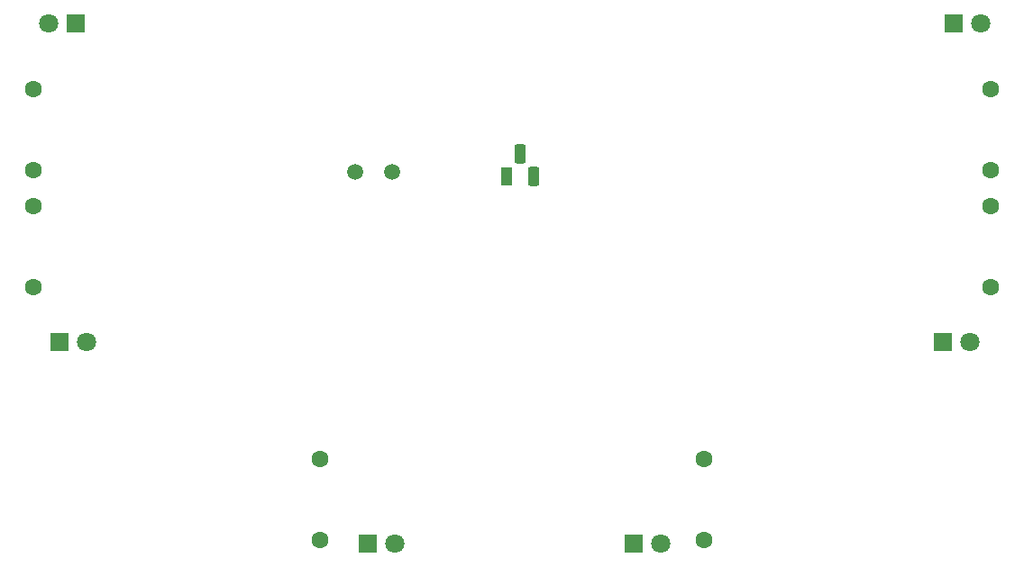
<source format=gbl>
G04 #@! TF.GenerationSoftware,KiCad,Pcbnew,9.0.2*
G04 #@! TF.CreationDate,2025-06-06T13:56:25-05:00*
G04 #@! TF.ProjectId,bow,626f772e-6b69-4636-9164-5f7063625858,rev?*
G04 #@! TF.SameCoordinates,Original*
G04 #@! TF.FileFunction,Copper,L2,Bot*
G04 #@! TF.FilePolarity,Positive*
%FSLAX46Y46*%
G04 Gerber Fmt 4.6, Leading zero omitted, Abs format (unit mm)*
G04 Created by KiCad (PCBNEW 9.0.2) date 2025-06-06 13:56:25*
%MOMM*%
%LPD*%
G01*
G04 APERTURE LIST*
G04 Aperture macros list*
%AMRoundRect*
0 Rectangle with rounded corners*
0 $1 Rounding radius*
0 $2 $3 $4 $5 $6 $7 $8 $9 X,Y pos of 4 corners*
0 Add a 4 corners polygon primitive as box body*
4,1,4,$2,$3,$4,$5,$6,$7,$8,$9,$2,$3,0*
0 Add four circle primitives for the rounded corners*
1,1,$1+$1,$2,$3*
1,1,$1+$1,$4,$5*
1,1,$1+$1,$6,$7*
1,1,$1+$1,$8,$9*
0 Add four rect primitives between the rounded corners*
20,1,$1+$1,$2,$3,$4,$5,0*
20,1,$1+$1,$4,$5,$6,$7,0*
20,1,$1+$1,$6,$7,$8,$9,0*
20,1,$1+$1,$8,$9,$2,$3,0*%
G04 Aperture macros list end*
G04 #@! TA.AperFunction,ComponentPad*
%ADD10R,1.800000X1.800000*%
G04 #@! TD*
G04 #@! TA.AperFunction,ComponentPad*
%ADD11C,1.800000*%
G04 #@! TD*
G04 #@! TA.AperFunction,ComponentPad*
%ADD12C,1.600000*%
G04 #@! TD*
G04 #@! TA.AperFunction,ComponentPad*
%ADD13C,1.500000*%
G04 #@! TD*
G04 #@! TA.AperFunction,ComponentPad*
%ADD14R,1.100000X1.800000*%
G04 #@! TD*
G04 #@! TA.AperFunction,ComponentPad*
%ADD15RoundRect,0.275000X-0.275000X-0.625000X0.275000X-0.625000X0.275000X0.625000X-0.275000X0.625000X0*%
G04 #@! TD*
G04 APERTURE END LIST*
D10*
G04 #@! TO.P,D6,1,K*
G04 #@! TO.N,Net-(D6-K)*
X230460000Y-121000000D03*
D11*
G04 #@! TO.P,D6,2,A*
G04 #@! TO.N,Net-(D1-A)*
X233000000Y-121000000D03*
G04 #@! TD*
D12*
G04 #@! TO.P,R5,1*
G04 #@! TO.N,Net-(D5-K)*
X201000000Y-120620000D03*
G04 #@! TO.P,R5,2*
G04 #@! TO.N,Net-(BT1--)*
X201000000Y-113000000D03*
G04 #@! TD*
G04 #@! TO.P,R4,1*
G04 #@! TO.N,Net-(D4-K)*
X264000000Y-96810000D03*
G04 #@! TO.P,R4,2*
G04 #@! TO.N,Net-(BT1--)*
X264000000Y-89190000D03*
G04 #@! TD*
D10*
G04 #@! TO.P,D1,1,K*
G04 #@! TO.N,Net-(D1-K)*
X178000000Y-72000000D03*
D11*
G04 #@! TO.P,D1,2,A*
G04 #@! TO.N,Net-(D1-A)*
X175460000Y-72000000D03*
G04 #@! TD*
D12*
G04 #@! TO.P,R6,1*
G04 #@! TO.N,Net-(D6-K)*
X237000000Y-120620000D03*
G04 #@! TO.P,R6,2*
G04 #@! TO.N,Net-(BT1--)*
X237000000Y-113000000D03*
G04 #@! TD*
D10*
G04 #@! TO.P,D2,1,K*
G04 #@! TO.N,Net-(D2-K)*
X176460000Y-102000000D03*
D11*
G04 #@! TO.P,D2,2,A*
G04 #@! TO.N,Net-(D1-A)*
X179000000Y-102000000D03*
G04 #@! TD*
D10*
G04 #@! TO.P,D4,1,K*
G04 #@! TO.N,Net-(D4-K)*
X259460000Y-102000000D03*
D11*
G04 #@! TO.P,D4,2,A*
G04 #@! TO.N,Net-(D1-A)*
X262000000Y-102000000D03*
G04 #@! TD*
D13*
G04 #@! TO.P,R7,1*
G04 #@! TO.N,Net-(BT1-+)*
X204300000Y-86000000D03*
G04 #@! TO.P,R7,2*
G04 #@! TO.N,Net-(Q1-B)*
X207700000Y-86000000D03*
G04 #@! TD*
D12*
G04 #@! TO.P,R2,1*
G04 #@! TO.N,Net-(D2-K)*
X174000000Y-96810000D03*
G04 #@! TO.P,R2,2*
G04 #@! TO.N,Net-(BT1--)*
X174000000Y-89190000D03*
G04 #@! TD*
G04 #@! TO.P,R1,1*
G04 #@! TO.N,Net-(D1-K)*
X174000000Y-78190000D03*
G04 #@! TO.P,R1,2*
G04 #@! TO.N,Net-(BT1--)*
X174000000Y-85810000D03*
G04 #@! TD*
D10*
G04 #@! TO.P,D3,1,K*
G04 #@! TO.N,Net-(D3-K)*
X260460000Y-72000000D03*
D11*
G04 #@! TO.P,D3,2,A*
G04 #@! TO.N,Net-(D1-A)*
X263000000Y-72000000D03*
G04 #@! TD*
D12*
G04 #@! TO.P,R3,1*
G04 #@! TO.N,Net-(D3-K)*
X264000000Y-78190000D03*
G04 #@! TO.P,R3,2*
G04 #@! TO.N,Net-(BT1--)*
X264000000Y-85810000D03*
G04 #@! TD*
D10*
G04 #@! TO.P,D5,1,K*
G04 #@! TO.N,Net-(D5-K)*
X205460000Y-121000000D03*
D11*
G04 #@! TO.P,D5,2,A*
G04 #@! TO.N,Net-(D1-A)*
X208000000Y-121000000D03*
G04 #@! TD*
D14*
G04 #@! TO.P,Q1,1,C*
G04 #@! TO.N,Net-(D1-A)*
X218460000Y-86400000D03*
D15*
G04 #@! TO.P,Q1,2,B*
G04 #@! TO.N,Net-(Q1-B)*
X219730000Y-84330000D03*
G04 #@! TO.P,Q1,3,E*
G04 #@! TO.N,Net-(BT1-+)*
X221000000Y-86400000D03*
G04 #@! TD*
M02*

</source>
